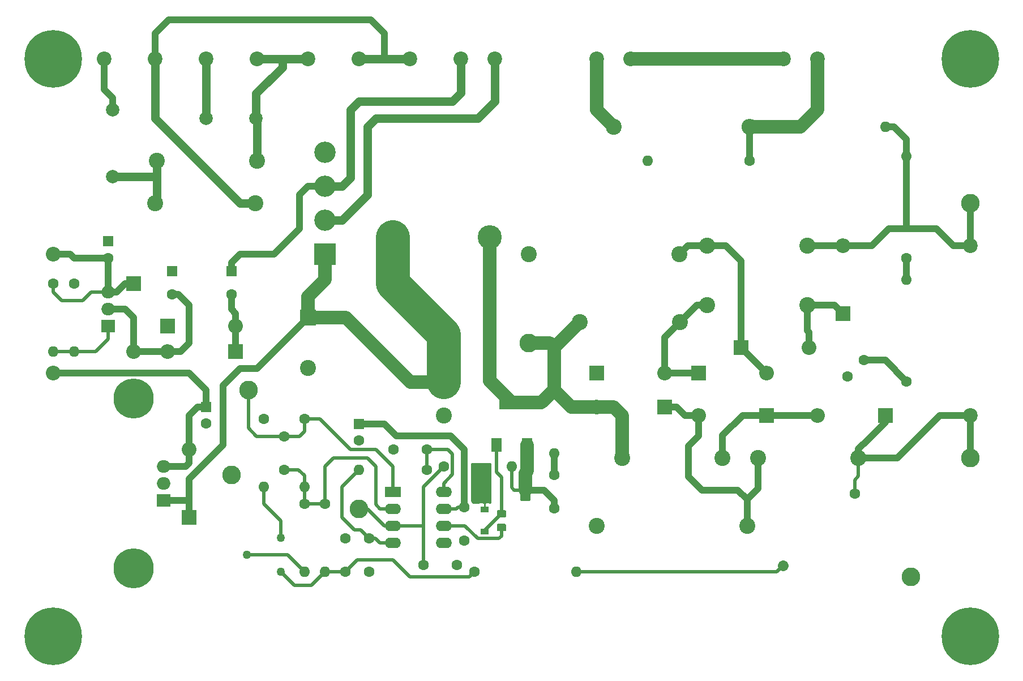
<source format=gbr>
G04 #@! TF.GenerationSoftware,KiCad,Pcbnew,(5.99.0-1101-g9de7547c2)*
G04 #@! TF.CreationDate,2020-03-19T22:24:47-06:00*
G04 #@! TF.ProjectId,pcb-power,7063622d-706f-4776-9572-2e6b69636164,rev?*
G04 #@! TF.SameCoordinates,Original*
G04 #@! TF.FileFunction,Copper,L1,Top*
G04 #@! TF.FilePolarity,Positive*
%FSLAX46Y46*%
G04 Gerber Fmt 4.6, Leading zero omitted, Abs format (unit mm)*
G04 Created by KiCad (PCBNEW (5.99.0-1101-g9de7547c2)) date 2020-03-19 22:24:47*
%MOMM*%
%LPD*%
G01*
G04 APERTURE LIST*
%ADD10O,1.600000X1.600000*%
%ADD11C,1.600000*%
%ADD12C,1.260000*%
%ADD13C,2.200000*%
%ADD14R,1.600000X1.600000*%
%ADD15C,3.600000*%
%ADD16R,2.400000X1.600000*%
%ADD17O,2.400000X1.600000*%
%ADD18R,1.500000X2.000000*%
%ADD19R,3.800000X2.000000*%
%ADD20O,2.400000X2.400000*%
%ADD21C,2.400000*%
%ADD22C,0.900000*%
%ADD23C,8.600000*%
%ADD24O,2.000000X1.905000*%
%ADD25R,2.000000X1.905000*%
%ADD26C,2.800000*%
%ADD27C,2.000000*%
%ADD28C,1.600000*%
%ADD29C,6.000000*%
%ADD30O,2.200000X2.200000*%
%ADD31R,2.200000X2.200000*%
%ADD32R,1.200000X0.900000*%
%ADD33R,3.200000X3.200000*%
%ADD34C,3.200000*%
%ADD35R,2.400000X2.400000*%
%ADD36C,0.800000*%
%ADD37C,2.032000*%
%ADD38C,5.080000*%
%ADD39C,1.016000*%
%ADD40C,0.508000*%
%ADD41C,1.270000*%
%ADD42C,1.000000*%
%ADD43C,1.250000*%
%ADD44C,2.000000*%
%ADD45C,0.250000*%
%ADD46C,0.254000*%
G04 APERTURE END LIST*
D10*
X33020000Y-76835000D03*
D11*
X33020000Y-66675000D03*
D10*
X36195000Y-76835000D03*
D11*
X36195000Y-66675000D03*
D12*
X67056000Y-104648000D03*
X61976000Y-107188000D03*
X67056000Y-109728000D03*
D13*
X147320000Y-33020000D03*
X86360000Y-33020000D03*
X119380000Y-33020000D03*
X93980000Y-33020000D03*
X114300000Y-33020000D03*
X78740000Y-33020000D03*
X99060000Y-33020000D03*
X71120000Y-33020000D03*
X63500000Y-33020000D03*
X55880000Y-33020000D03*
X142240000Y-33020000D03*
X40640000Y-33020000D03*
X48260000Y-33020000D03*
X170180000Y-60960000D03*
X170180000Y-86360000D03*
X33020000Y-62230000D03*
X33020000Y-80010000D03*
D11*
X107950000Y-95250000D03*
X107950000Y-100250000D03*
X41275000Y-62825000D03*
D14*
X41275000Y-60325000D03*
D10*
X160655000Y-66040000D03*
D11*
X160655000Y-81280000D03*
D15*
X98320000Y-59690000D03*
X83820000Y-59690000D03*
D10*
X107950000Y-92075000D03*
D11*
X107950000Y-79375000D03*
D16*
X83820000Y-97790000D03*
D17*
X91440000Y-105410000D03*
X83820000Y-100330000D03*
X91440000Y-102870000D03*
X83820000Y-102870000D03*
X91440000Y-100330000D03*
X83820000Y-105410000D03*
X91440000Y-97790000D03*
D18*
X99300000Y-90780000D03*
X103900000Y-90780000D03*
D19*
X101600000Y-84480000D03*
D10*
X121920000Y-48260000D03*
D11*
X137160000Y-48260000D03*
D20*
X137160000Y-43180000D03*
D21*
X116840000Y-43180000D03*
D10*
X157480000Y-43180000D03*
D11*
X142240000Y-43180000D03*
D22*
X172460419Y-30739581D03*
X170180000Y-29795000D03*
X167899581Y-30739581D03*
X166955000Y-33020000D03*
X167899581Y-35300419D03*
X170180000Y-36245000D03*
X172460419Y-35300419D03*
X173405000Y-33020000D03*
D23*
X170180000Y-33020000D03*
D22*
X172460419Y-117099581D03*
X170180000Y-116155000D03*
X167899581Y-117099581D03*
X166955000Y-119380000D03*
X167899581Y-121660419D03*
X170180000Y-122605000D03*
X172460419Y-121660419D03*
X173405000Y-119380000D03*
D23*
X170180000Y-119380000D03*
D22*
X35300419Y-117099581D03*
X33020000Y-116155000D03*
X30739581Y-117099581D03*
X29795000Y-119380000D03*
X30739581Y-121660419D03*
X33020000Y-122605000D03*
X35300419Y-121660419D03*
X36245000Y-119380000D03*
D23*
X33020000Y-119380000D03*
D22*
X35300419Y-30739581D03*
X33020000Y-29795000D03*
X30739581Y-30739581D03*
X29795000Y-33020000D03*
X30739581Y-35300419D03*
X33020000Y-36245000D03*
X35300419Y-35300419D03*
X36245000Y-33020000D03*
D23*
X33020000Y-33020000D03*
D24*
X41275000Y-67945000D03*
X41275000Y-70485000D03*
D25*
X41275000Y-73025000D03*
D24*
X49530000Y-93980000D03*
X49530000Y-96520000D03*
D25*
X49530000Y-99060000D03*
D26*
X170180000Y-54610000D03*
X170180000Y-92710000D03*
X161290000Y-110490000D03*
X59690000Y-95250000D03*
X104140000Y-75565000D03*
X78740000Y-100330000D03*
X62230000Y-82550000D03*
D27*
X63380000Y-41910000D03*
X55880000Y-41910000D03*
D10*
X160655000Y-47625000D03*
D11*
X160655000Y-62865000D03*
G04 #@! TA.AperFunction,SMDPad,CuDef*
G36*
X98265109Y-95880038D02*
G01*
X98346247Y-95934253D01*
X98400462Y-96015391D01*
X98419500Y-96111100D01*
X98419500Y-98960900D01*
X98400462Y-99056609D01*
X98346247Y-99137747D01*
X98265109Y-99191962D01*
X98169400Y-99211000D01*
X97144600Y-99211000D01*
X97048891Y-99191962D01*
X96967753Y-99137747D01*
X96913538Y-99056609D01*
X96894500Y-98960900D01*
X96894500Y-96111100D01*
X96913538Y-96015391D01*
X96967753Y-95934253D01*
X97048891Y-95880038D01*
X97144600Y-95861000D01*
X98169400Y-95861000D01*
X98265109Y-95880038D01*
G37*
G04 #@! TD.AperFunction*
G04 #@! TA.AperFunction,SMDPad,CuDef*
G36*
X104240171Y-95880030D02*
G01*
X104321277Y-95934223D01*
X104375470Y-96015329D01*
X104394500Y-96110999D01*
X104394500Y-98961001D01*
X104375470Y-99056671D01*
X104321277Y-99137777D01*
X104240171Y-99191970D01*
X104144501Y-99211000D01*
X103119499Y-99211000D01*
X103023829Y-99191970D01*
X102942723Y-99137777D01*
X102888530Y-99056671D01*
X102869500Y-98961001D01*
X102869500Y-96110999D01*
X102888530Y-96015329D01*
X102942723Y-95934223D01*
X103023829Y-95880030D01*
X103119499Y-95861000D01*
X104144501Y-95861000D01*
X104240171Y-95880030D01*
G37*
G04 #@! TD.AperFunction*
D10*
X101600000Y-93980000D03*
D11*
X91440000Y-93980000D03*
D10*
X78740000Y-94488000D03*
D11*
X88900000Y-94488000D03*
D10*
X70612000Y-97028000D03*
D11*
X70612000Y-86868000D03*
D10*
X70612000Y-109728000D03*
D11*
X70612000Y-99568000D03*
D10*
X73660000Y-109728000D03*
D11*
X73660000Y-99568000D03*
D10*
X64516000Y-97028000D03*
D11*
X64516000Y-86868000D03*
D28*
X142131693Y-108820307D02*
X142131693Y-108820307D01*
D11*
X152908000Y-98044000D03*
D10*
X111252000Y-109728000D03*
D11*
X96012000Y-109728000D03*
X151830126Y-80579874D03*
X154305000Y-78105000D03*
D29*
X45085000Y-109220000D03*
X45085000Y-83820000D03*
G04 #@! TA.AperFunction,SMDPad,CuDef*
G36*
X100621671Y-100527030D02*
G01*
X100702777Y-100581223D01*
X100756970Y-100662329D01*
X100776000Y-100757999D01*
X100776000Y-101408001D01*
X100756970Y-101503671D01*
X100702777Y-101584777D01*
X100621671Y-101638970D01*
X100526001Y-101658000D01*
X99625999Y-101658000D01*
X99530329Y-101638970D01*
X99449223Y-101584777D01*
X99395030Y-101503671D01*
X99376000Y-101408001D01*
X99376000Y-100757999D01*
X99395030Y-100662329D01*
X99449223Y-100581223D01*
X99530329Y-100527030D01*
X99625999Y-100508000D01*
X100526001Y-100508000D01*
X100621671Y-100527030D01*
G37*
G04 #@! TD.AperFunction*
G04 #@! TA.AperFunction,SMDPad,CuDef*
G36*
X100621671Y-102577030D02*
G01*
X100702777Y-102631223D01*
X100756970Y-102712329D01*
X100776000Y-102807999D01*
X100776000Y-103458001D01*
X100756970Y-103553671D01*
X100702777Y-103634777D01*
X100621671Y-103688970D01*
X100526001Y-103708000D01*
X99625999Y-103708000D01*
X99530329Y-103688970D01*
X99449223Y-103634777D01*
X99395030Y-103553671D01*
X99376000Y-103458001D01*
X99376000Y-102807999D01*
X99395030Y-102712329D01*
X99449223Y-102631223D01*
X99530329Y-102577030D01*
X99625999Y-102558000D01*
X100526001Y-102558000D01*
X100621671Y-102577030D01*
G37*
G04 #@! TD.AperFunction*
D30*
X151130000Y-60960000D03*
D31*
X151130000Y-71120000D03*
D30*
X146050000Y-76200000D03*
D31*
X135890000Y-76200000D03*
D30*
X139700000Y-80010000D03*
D31*
X129540000Y-80010000D03*
D30*
X124460000Y-80010000D03*
D31*
X114300000Y-80010000D03*
D30*
X147320000Y-86360000D03*
D31*
X157480000Y-86360000D03*
D30*
X129540000Y-86360000D03*
D31*
X139700000Y-86360000D03*
D30*
X114300000Y-85090000D03*
D31*
X124460000Y-85090000D03*
D32*
X97536000Y-100458000D03*
X97536000Y-103758000D03*
D30*
X45085000Y-76835000D03*
D31*
X45085000Y-66675000D03*
D30*
X53340000Y-91440000D03*
D31*
X53340000Y-101600000D03*
D30*
X50165000Y-76835000D03*
D31*
X60325000Y-76835000D03*
D30*
X60325000Y-73025000D03*
D31*
X50165000Y-73025000D03*
D33*
X73660000Y-62230000D03*
D34*
X73660000Y-57150000D03*
X73660000Y-52070000D03*
X73660000Y-46990000D03*
D21*
X145810000Y-60960000D03*
X130810000Y-60960000D03*
X126640000Y-62230000D03*
X104140000Y-62230000D03*
X145810000Y-69850000D03*
X130810000Y-69850000D03*
X126760000Y-72390000D03*
X111760000Y-72390000D03*
X153430000Y-92710000D03*
X138430000Y-92710000D03*
X136800000Y-102870000D03*
X114300000Y-102870000D03*
X133110000Y-92710000D03*
X118110000Y-92710000D03*
D11*
X78740000Y-90130000D03*
D14*
X78740000Y-87630000D03*
D11*
X93392000Y-108712000D03*
X88392000Y-108712000D03*
X94488000Y-105076000D03*
X94488000Y-100076000D03*
D21*
X91440000Y-86360000D03*
D35*
X91440000Y-81360000D03*
D11*
X80264000Y-109728000D03*
X80264000Y-104728000D03*
X83900000Y-91440000D03*
X88900000Y-91440000D03*
X67564000Y-89488000D03*
X67564000Y-94488000D03*
X76708000Y-104728000D03*
X76708000Y-109728000D03*
X55880000Y-87590000D03*
D14*
X55880000Y-85090000D03*
D11*
X50800000Y-68270000D03*
D14*
X50800000Y-64770000D03*
D21*
X71120000Y-79255000D03*
D35*
X71120000Y-71755000D03*
D11*
X59690000Y-68270000D03*
D14*
X59690000Y-64770000D03*
D21*
X63260000Y-54610000D03*
X48260000Y-54610000D03*
X48500000Y-48260000D03*
X63500000Y-48260000D03*
D27*
X41910000Y-50640000D03*
X41910000Y-40640000D03*
D36*
X96012000Y-97790000D03*
X96012000Y-96520000D03*
X98044000Y-94488000D03*
X96012000Y-94488000D03*
X96520000Y-95504000D03*
X97028000Y-94488000D03*
X97536000Y-95504000D03*
D37*
X114300000Y-85090000D02*
X116840000Y-85090000D01*
X116840000Y-85090000D02*
X118110000Y-86360000D01*
X118110000Y-86360000D02*
X118110000Y-92710000D01*
X98320000Y-59690000D02*
X98320000Y-81200000D01*
X98320000Y-81200000D02*
X101600000Y-84480000D01*
D38*
X91440000Y-81360000D02*
X91440000Y-74295000D01*
X91440000Y-74295000D02*
X83820000Y-66675000D01*
X83820000Y-66675000D02*
X83820000Y-59690000D01*
D37*
X71120000Y-71755000D02*
X71120000Y-68580000D01*
X71120000Y-68580000D02*
X73660000Y-66040000D01*
X73660000Y-66040000D02*
X73660000Y-62230000D01*
X71120000Y-71755000D02*
X76835000Y-71755000D01*
X76835000Y-71755000D02*
X86440000Y-81360000D01*
X86440000Y-81360000D02*
X91440000Y-81360000D01*
D39*
X53340000Y-99060000D02*
X53340000Y-101600000D01*
X53340000Y-95885000D02*
X53340000Y-99060000D01*
X49530000Y-99060000D02*
X53340000Y-99060000D01*
X60960000Y-79375000D02*
X58420000Y-81915000D01*
X58420000Y-90805000D02*
X53340000Y-95885000D01*
X71120000Y-71755000D02*
X63500000Y-79375000D01*
X58420000Y-81915000D02*
X58420000Y-90805000D01*
X63500000Y-79375000D02*
X60960000Y-79375000D01*
D37*
X114300000Y-33020000D02*
X114300000Y-40640000D01*
X114300000Y-40640000D02*
X116840000Y-43180000D01*
X119380000Y-33020000D02*
X142240000Y-33020000D01*
X137160000Y-43180000D02*
X142240000Y-43180000D01*
X147320000Y-33020000D02*
X147320000Y-40640000D01*
X147320000Y-40640000D02*
X144780000Y-43180000D01*
X144780000Y-43180000D02*
X142240000Y-43180000D01*
D39*
X137160000Y-43180000D02*
X137160000Y-48260000D01*
X160655000Y-47625000D02*
X160655000Y-45085000D01*
X160655000Y-45085000D02*
X158750000Y-43180000D01*
X158750000Y-43180000D02*
X157480000Y-43180000D01*
X160655000Y-58420000D02*
X157988000Y-58420000D01*
X165100000Y-58420000D02*
X160655000Y-58420000D01*
X160655000Y-47625000D02*
X160655000Y-58420000D01*
X170180000Y-60960000D02*
X170180000Y-54610000D01*
X167640000Y-60960000D02*
X165100000Y-58420000D01*
X157988000Y-58420000D02*
X155448000Y-60960000D01*
X170180000Y-60960000D02*
X167640000Y-60960000D01*
X155448000Y-60960000D02*
X151130000Y-60960000D01*
X145810000Y-60960000D02*
X151130000Y-60960000D01*
X146050000Y-76200000D02*
X146050000Y-73914000D01*
X146050000Y-73914000D02*
X145810000Y-73674000D01*
X145810000Y-73674000D02*
X145810000Y-69850000D01*
X145810000Y-69850000D02*
X149860000Y-69850000D01*
X149860000Y-69850000D02*
X151130000Y-71120000D01*
X135890000Y-76200000D02*
X139700000Y-80010000D01*
X130810000Y-60960000D02*
X133604000Y-60960000D01*
X133604000Y-60960000D02*
X135890000Y-63246000D01*
X135890000Y-63246000D02*
X135890000Y-76200000D01*
X130810000Y-60960000D02*
X127910000Y-60960000D01*
X127910000Y-60960000D02*
X126640000Y-62230000D01*
X124460000Y-85090000D02*
X126238000Y-85090000D01*
X126238000Y-85090000D02*
X127508000Y-86360000D01*
X127508000Y-86360000D02*
X129540000Y-86360000D01*
X136800000Y-98912000D02*
X135424000Y-97536000D01*
X135424000Y-97536000D02*
X130048000Y-97536000D01*
X130048000Y-97536000D02*
X128016000Y-95504000D01*
X136800000Y-102870000D02*
X136800000Y-98912000D01*
X136800000Y-98912000D02*
X138430000Y-97282000D01*
X138430000Y-97282000D02*
X138430000Y-92710000D01*
X129540000Y-89408000D02*
X128016000Y-90932000D01*
X128016000Y-90932000D02*
X128016000Y-95504000D01*
X129540000Y-86360000D02*
X129540000Y-89408000D01*
X139700000Y-86360000D02*
X136144000Y-86360000D01*
X136144000Y-86360000D02*
X133110000Y-89394000D01*
X133110000Y-89394000D02*
X133110000Y-92710000D01*
X139700000Y-86360000D02*
X147320000Y-86360000D01*
X165608000Y-86360000D02*
X170180000Y-86360000D01*
X158242000Y-92710000D02*
X159258000Y-92710000D01*
X159258000Y-92710000D02*
X165608000Y-86360000D01*
X170180000Y-92710000D02*
X170180000Y-86360000D01*
X153430000Y-92710000D02*
X158242000Y-92710000D01*
X157480000Y-87376000D02*
X154940000Y-89916000D01*
X153430000Y-91426000D02*
X154940000Y-89916000D01*
X153430000Y-92710000D02*
X153430000Y-91426000D01*
X157480000Y-86360000D02*
X157480000Y-87376000D01*
D40*
X152908000Y-98044000D02*
X152908000Y-96012000D01*
X152908000Y-96012000D02*
X153430000Y-95490000D01*
X153430000Y-95490000D02*
X153430000Y-92710000D01*
X111252000Y-109728000D02*
X141224000Y-109728000D01*
X141224000Y-109728000D02*
X142131693Y-108820307D01*
D39*
X94488000Y-92416146D02*
X94488000Y-91440000D01*
X94488000Y-91440000D02*
X92456000Y-89408000D01*
X94488000Y-100076000D02*
X94488000Y-92416146D01*
X92456000Y-89408000D02*
X84328000Y-89408000D01*
X84328000Y-89408000D02*
X82550000Y-87630000D01*
X82550000Y-87630000D02*
X78740000Y-87630000D01*
D40*
X94488000Y-100076000D02*
X93599000Y-100076000D01*
X93599000Y-100076000D02*
X93345000Y-100330000D01*
X91440000Y-100330000D02*
X93345000Y-100330000D01*
X92748001Y-95211999D02*
X92748001Y-92113001D01*
X91440000Y-97790000D02*
X91440000Y-96520000D01*
X91440000Y-96520000D02*
X92748001Y-95211999D01*
X88900000Y-91440000D02*
X88900000Y-94488000D01*
X92748001Y-92113001D02*
X92075000Y-91440000D01*
X92075000Y-91440000D02*
X88900000Y-91440000D01*
X101600000Y-93980000D02*
X101600000Y-95885000D01*
X101600000Y-97155000D02*
X101600000Y-95885000D01*
X103632000Y-97536000D02*
X101981000Y-97536000D01*
X101981000Y-97536000D02*
X101600000Y-97155000D01*
X100076000Y-101083000D02*
X100076000Y-95631000D01*
X99300000Y-94855000D02*
X99300000Y-90780000D01*
X100076000Y-95631000D02*
X99300000Y-94855000D01*
X97536000Y-103758000D02*
X97536000Y-103623000D01*
X97536000Y-103623000D02*
X100076000Y-101083000D01*
X94615000Y-102870000D02*
X96520000Y-104775000D01*
X96520000Y-104775000D02*
X99695000Y-104775000D01*
X91440000Y-102870000D02*
X94615000Y-102870000D01*
X99695000Y-104775000D02*
X100076000Y-104394000D01*
X100076000Y-104394000D02*
X100076000Y-103133000D01*
X67564000Y-89488000D02*
X63453000Y-89488000D01*
X62230000Y-88265000D02*
X62230000Y-82550000D01*
X63453000Y-89488000D02*
X62230000Y-88265000D01*
X70612000Y-86868000D02*
X70612000Y-88773000D01*
X70612000Y-88773000D02*
X69897000Y-89488000D01*
X69897000Y-89488000D02*
X67564000Y-89488000D01*
X67564000Y-94488000D02*
X69723000Y-94488000D01*
X69723000Y-94488000D02*
X70612000Y-95377000D01*
X70612000Y-95377000D02*
X70612000Y-97028000D01*
X70612000Y-97028000D02*
X70612000Y-99568000D01*
X73660000Y-99568000D02*
X70612000Y-99568000D01*
X73660000Y-109728000D02*
X76708000Y-109728000D01*
X95250000Y-110490000D02*
X86360000Y-110490000D01*
X96012000Y-109728000D02*
X95250000Y-110490000D01*
X83820000Y-107950000D02*
X78486000Y-107950000D01*
X86360000Y-110490000D02*
X83820000Y-107950000D01*
X78486000Y-107950000D02*
X76708000Y-109728000D01*
X88392000Y-102743000D02*
X88392000Y-108712000D01*
X88392000Y-97028000D02*
X88392000Y-102743000D01*
X83820000Y-102870000D02*
X88265000Y-102870000D01*
X88265000Y-102870000D02*
X88392000Y-102743000D01*
X91440000Y-93980000D02*
X88392000Y-97028000D01*
X80264000Y-104728000D02*
X81233000Y-104728000D01*
X81915000Y-105410000D02*
X83820000Y-105410000D01*
X81233000Y-104728000D02*
X81915000Y-105410000D01*
X76200000Y-97028000D02*
X76200000Y-101600000D01*
X76200000Y-101600000D02*
X78105000Y-103505000D01*
X79041000Y-103505000D02*
X80264000Y-104728000D01*
X78740000Y-94488000D02*
X76200000Y-97028000D01*
X78105000Y-103505000D02*
X79041000Y-103505000D01*
X81915000Y-100330000D02*
X81280000Y-99695000D01*
X81280000Y-93980000D02*
X80010000Y-92710000D01*
X83820000Y-100330000D02*
X81915000Y-100330000D01*
X81280000Y-99695000D02*
X81280000Y-93980000D01*
X73660000Y-93980000D02*
X73660000Y-99568000D01*
X80010000Y-92710000D02*
X74930000Y-92710000D01*
X74930000Y-92710000D02*
X73660000Y-93980000D01*
X77470000Y-91440000D02*
X81280000Y-91440000D01*
X70612000Y-86868000D02*
X72898000Y-86868000D01*
X72898000Y-86868000D02*
X77470000Y-91440000D01*
X81280000Y-91440000D02*
X83820000Y-93980000D01*
X83820000Y-93980000D02*
X83820000Y-97790000D01*
X78740000Y-100330000D02*
X80010000Y-100330000D01*
X80010000Y-100330000D02*
X82550000Y-102870000D01*
X82550000Y-102870000D02*
X83820000Y-102870000D01*
D39*
X59690000Y-68270000D02*
X59690000Y-70485000D01*
X59690000Y-70485000D02*
X60325000Y-71120000D01*
X60325000Y-71120000D02*
X60325000Y-73025000D01*
X60325000Y-76835000D02*
X60325000Y-73025000D01*
X53340000Y-75565000D02*
X53340000Y-69850000D01*
X50165000Y-76835000D02*
X52070000Y-76835000D01*
X52070000Y-76835000D02*
X53340000Y-75565000D01*
X53340000Y-69850000D02*
X51760000Y-68270000D01*
X51760000Y-68270000D02*
X50800000Y-68270000D01*
X45085000Y-76835000D02*
X50165000Y-76835000D01*
X41275000Y-70485000D02*
X43815000Y-70485000D01*
X43815000Y-70485000D02*
X45085000Y-71755000D01*
X45085000Y-71755000D02*
X45085000Y-76835000D01*
X33020000Y-62230000D02*
X35560000Y-62230000D01*
X35560000Y-62230000D02*
X36155000Y-62825000D01*
X36155000Y-62825000D02*
X41275000Y-62825000D01*
X41275000Y-67945000D02*
X41275000Y-62825000D01*
X41275000Y-67945000D02*
X42545000Y-67945000D01*
X42545000Y-67945000D02*
X43815000Y-66675000D01*
X43815000Y-66675000D02*
X45085000Y-66675000D01*
X71120000Y-52070000D02*
X69850000Y-53340000D01*
X69850000Y-58420000D02*
X66040000Y-62230000D01*
X66040000Y-62230000D02*
X60960000Y-62230000D01*
X69850000Y-53340000D02*
X69850000Y-58420000D01*
X73660000Y-52070000D02*
X71120000Y-52070000D01*
X60960000Y-62230000D02*
X59690000Y-63500000D01*
X59690000Y-63500000D02*
X59690000Y-64770000D01*
D41*
X48260000Y-41910000D02*
X48260000Y-33020000D01*
X55880000Y-33020000D02*
X55880000Y-41910000D01*
X63500000Y-33020000D02*
X67310000Y-33020000D01*
X63380000Y-41910000D02*
X63380000Y-38220000D01*
X63380000Y-38220000D02*
X67310000Y-34290000D01*
X67310000Y-33020000D02*
X71120000Y-33020000D01*
X67310000Y-34290000D02*
X67310000Y-33020000D01*
D39*
X82550000Y-33020000D02*
X82550000Y-29210000D01*
X76956990Y-27183010D02*
X50286990Y-27183010D01*
X76956990Y-27183010D02*
X80523010Y-27183010D01*
X80523010Y-27183010D02*
X82550000Y-29210000D01*
D41*
X82550000Y-33020000D02*
X78740000Y-33020000D01*
X86360000Y-33020000D02*
X82550000Y-33020000D01*
D39*
X50286990Y-27183010D02*
X48260000Y-29210000D01*
X48260000Y-29210000D02*
X48260000Y-33020000D01*
D41*
X80010000Y-43180000D02*
X81280000Y-41910000D01*
X80010000Y-53340000D02*
X80010000Y-43180000D01*
X81280000Y-41910000D02*
X96520000Y-41910000D01*
X77470000Y-40640000D02*
X78740000Y-39370000D01*
X77470000Y-50800000D02*
X77470000Y-40640000D01*
X78740000Y-39370000D02*
X92710000Y-39370000D01*
X73660000Y-57150000D02*
X76200000Y-57150000D01*
X76200000Y-57150000D02*
X80010000Y-53340000D01*
X96520000Y-41910000D02*
X99060000Y-39370000D01*
X99060000Y-39370000D02*
X99060000Y-33020000D01*
X76200000Y-52070000D02*
X77470000Y-50800000D01*
X73660000Y-52070000D02*
X76200000Y-52070000D01*
X92710000Y-39370000D02*
X93980000Y-38100000D01*
X93980000Y-38100000D02*
X93980000Y-33020000D01*
D42*
X107950000Y-100250000D02*
X107950000Y-99060000D01*
X106426000Y-97536000D02*
X103632000Y-97536000D01*
X107950000Y-99060000D02*
X106426000Y-97536000D01*
X124460000Y-80010000D02*
X129540000Y-80010000D01*
X124460000Y-74690000D02*
X126760000Y-72390000D01*
X124460000Y-80010000D02*
X124460000Y-74690000D01*
X129300000Y-69850000D02*
X126760000Y-72390000D01*
X130810000Y-69850000D02*
X129300000Y-69850000D01*
D43*
X60960000Y-54610000D02*
X63260000Y-54610000D01*
X48260000Y-41910000D02*
X60960000Y-54610000D01*
X63500000Y-42030000D02*
X63380000Y-41910000D01*
X63500000Y-48260000D02*
X63500000Y-42030000D01*
X48500000Y-54370000D02*
X48260000Y-54610000D01*
X48100000Y-50640000D02*
X48500000Y-51040000D01*
X41910000Y-50640000D02*
X48100000Y-50640000D01*
X48500000Y-48260000D02*
X48500000Y-51040000D01*
X48500000Y-51040000D02*
X48500000Y-54370000D01*
D44*
X103632000Y-94996000D02*
X103632000Y-97536000D01*
X103900000Y-94728000D02*
X103632000Y-94996000D01*
X103900000Y-90780000D02*
X103900000Y-94728000D01*
D42*
X54610000Y-85090000D02*
X55880000Y-85090000D01*
X53340000Y-86360000D02*
X54610000Y-85090000D01*
X53340000Y-91440000D02*
X53340000Y-86360000D01*
X55880000Y-82550000D02*
X55880000Y-85090000D01*
X33020000Y-80010000D02*
X53340000Y-80010000D01*
X53340000Y-80010000D02*
X55880000Y-82550000D01*
D45*
X97536000Y-97657000D02*
X97657000Y-97536000D01*
X97536000Y-100458000D02*
X97536000Y-97657000D01*
D42*
X40640000Y-37592000D02*
X40640000Y-33020000D01*
X41910000Y-38862000D02*
X40640000Y-37592000D01*
X41910000Y-40640000D02*
X41910000Y-38862000D01*
X160655000Y-62865000D02*
X160655000Y-66040000D01*
X157480000Y-78105000D02*
X160655000Y-81280000D01*
X154305000Y-78105000D02*
X157480000Y-78105000D01*
X52832000Y-93980000D02*
X53340000Y-93472000D01*
X49530000Y-93980000D02*
X52832000Y-93980000D01*
X53340000Y-93472000D02*
X53340000Y-91440000D01*
D40*
X71628000Y-111760000D02*
X73660000Y-109728000D01*
X69088000Y-111760000D02*
X71628000Y-111760000D01*
X67056000Y-109728000D02*
X69088000Y-111760000D01*
X68072000Y-107188000D02*
X61976000Y-107188000D01*
X70612000Y-109728000D02*
X68072000Y-107188000D01*
X67056000Y-102108000D02*
X64516000Y-99568000D01*
X64516000Y-99568000D02*
X64516000Y-97028000D01*
X67056000Y-104648000D02*
X67056000Y-102108000D01*
D37*
X107950000Y-82550000D02*
X107950000Y-79375000D01*
X106020000Y-84480000D02*
X107950000Y-82550000D01*
X101600000Y-84480000D02*
X106020000Y-84480000D01*
X110490000Y-85090000D02*
X114300000Y-85090000D01*
X107950000Y-82550000D02*
X110490000Y-85090000D01*
X107950000Y-76200000D02*
X111760000Y-72390000D01*
X107950000Y-79375000D02*
X107950000Y-76200000D01*
X104140000Y-75565000D02*
X107315000Y-75565000D01*
X107315000Y-75565000D02*
X107950000Y-76200000D01*
D39*
X107950000Y-92075000D02*
X107950000Y-95250000D01*
D40*
X33020000Y-76835000D02*
X36195000Y-76835000D01*
X41275000Y-74930000D02*
X41275000Y-73025000D01*
X39370000Y-76835000D02*
X41275000Y-74930000D01*
X36195000Y-76835000D02*
X39370000Y-76835000D01*
X37465000Y-69215000D02*
X38735000Y-67945000D01*
X33020000Y-66675000D02*
X33020000Y-67945000D01*
X38735000Y-67945000D02*
X41275000Y-67945000D01*
X34290000Y-69215000D02*
X37465000Y-69215000D01*
X33020000Y-67945000D02*
X34290000Y-69215000D01*
G36*
X98410000Y-94755294D02*
G01*
X98405757Y-94774046D01*
X98404317Y-94791940D01*
X98410000Y-94883546D01*
X98410000Y-94914337D01*
X98410637Y-94923279D01*
X98413861Y-94945790D01*
X98418979Y-95028283D01*
X98422619Y-95045863D01*
X98426000Y-95055228D01*
X98426000Y-99442000D01*
X98423659Y-99442000D01*
X98365880Y-99408641D01*
X98345163Y-99401100D01*
X98152462Y-99367122D01*
X98141501Y-99366163D01*
X97737809Y-99366163D01*
X97664000Y-99439972D01*
X97664000Y-99442000D01*
X97408001Y-99442000D01*
X97408001Y-99439972D01*
X97334192Y-99366163D01*
X96927742Y-99366163D01*
X96911366Y-99368319D01*
X96636385Y-99442000D01*
X95777800Y-99442000D01*
X95669912Y-99255132D01*
X95663601Y-99246119D01*
X95632000Y-99208458D01*
X95632000Y-93598000D01*
X98410001Y-93598000D01*
X98410000Y-94755294D01*
G37*
D46*
X98410000Y-94755294D02*
X98405757Y-94774046D01*
X98404317Y-94791940D01*
X98410000Y-94883546D01*
X98410000Y-94914337D01*
X98410637Y-94923279D01*
X98413861Y-94945790D01*
X98418979Y-95028283D01*
X98422619Y-95045863D01*
X98426000Y-95055228D01*
X98426000Y-99442000D01*
X98423659Y-99442000D01*
X98365880Y-99408641D01*
X98345163Y-99401100D01*
X98152462Y-99367122D01*
X98141501Y-99366163D01*
X97737809Y-99366163D01*
X97664000Y-99439972D01*
X97664000Y-99442000D01*
X97408001Y-99442000D01*
X97408001Y-99439972D01*
X97334192Y-99366163D01*
X96927742Y-99366163D01*
X96911366Y-99368319D01*
X96636385Y-99442000D01*
X95777800Y-99442000D01*
X95669912Y-99255132D01*
X95663601Y-99246119D01*
X95632000Y-99208458D01*
X95632000Y-93598000D01*
X98410001Y-93598000D01*
X98410000Y-94755294D01*
M02*

</source>
